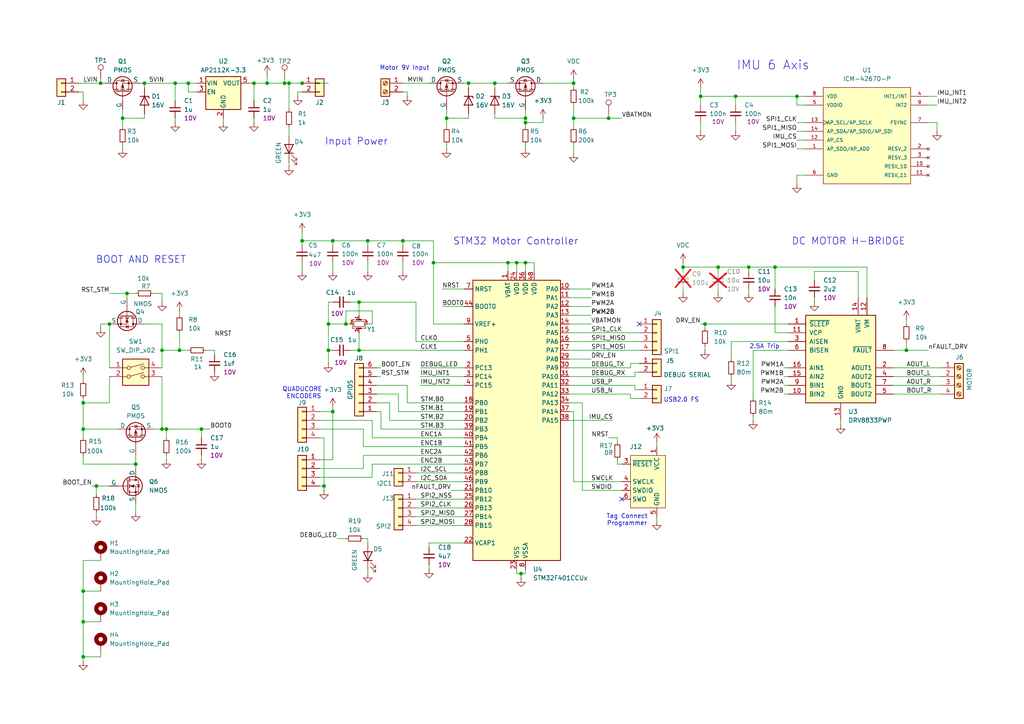
<source format=kicad_sch>
(kicad_sch (version 20231120) (generator "eeschema") (generator_version "8.0")
  (paper "A4")
  (junction (at 27.94 140.97))
  (junction (at 104.14 87.63))
  (junction (at 48.26 124.46))
  (junction (at 204.47 93.98))
  (junction (at 46.99 124.46))
  (junction (at 24.13 116.84))
  (junction (at 82.55 24.13))
  (junction (at 231.14 27.94))
  (junction (at 208.28 77.47))
  (junction (at 24.13 124.46))
  (junction (at 36.83 85.09))
  (junction (at 83.82 24.13))
  (junction (at 58.42 124.46))
  (junction (at 46.99 101.6))
  (junction (at 50.8 24.13))
  (junction (at 87.63 69.85))
  (junction (at 29.21 24.13))
  (junction (at 147.32 76.2))
  (junction (at 24.13 190.5))
  (junction (at 96.52 119.38))
  (junction (at 31.75 93.98))
  (junction (at 24.13 171.45))
  (junction (at 24.13 180.34))
  (junction (at 87.63 24.13))
  (junction (at 41.91 24.13))
  (junction (at 149.86 76.2))
  (junction (at 95.25 93.98))
  (junction (at 129.54 34.29))
  (junction (at 262.89 101.6))
  (junction (at 176.53 34.29))
  (junction (at 152.4 35.56))
  (junction (at 224.79 77.47))
  (junction (at 166.37 34.29))
  (junction (at 35.56 34.29))
  (junction (at 198.12 77.47))
  (junction (at 96.52 69.85))
  (junction (at 116.84 69.85))
  (junction (at 217.17 77.47))
  (junction (at 135.89 24.13))
  (junction (at 54.61 24.13))
  (junction (at 106.68 69.85))
  (junction (at 151.13 166.37))
  (junction (at 100.33 93.98))
  (junction (at 213.36 27.94))
  (junction (at 77.47 24.13))
  (junction (at 95.25 101.6))
  (junction (at 39.37 134.62))
  (junction (at 93.98 140.97))
  (junction (at 166.37 24.13))
  (junction (at 125.73 76.2))
  (junction (at 143.51 24.13))
  (junction (at 104.14 101.6))
  (junction (at 73.66 24.13))
  (junction (at 152.4 34.29))
  (junction (at 152.4 76.2))
  (junction (at 52.07 101.6))
  (junction (at 203.2 27.94))
  (no_connect (at 185.42 93.98))
  (no_connect (at 180.34 144.78))
  (wire (pts (xy 77.47 24.13) (xy 82.55 24.13)))
  (wire (pts (xy 104.14 101.6) (xy 134.62 101.6)))
  (wire (pts (xy 179.07 127) (xy 179.07 128.27)))
  (wire (pts (xy 27.94 149.86) (xy 27.94 148.59)))
  (wire (pts (xy 107.95 121.92) (xy 107.95 127)))
  (wire (pts (xy 101.6 87.63) (xy 104.14 87.63)))
  (wire (pts (xy 57.15 26.67) (xy 54.61 26.67)))
  (wire (pts (xy 218.44 120.65) (xy 218.44 121.92)))
  (wire (pts (xy 24.13 124.46) (xy 24.13 127)))
  (wire (pts (xy 190.5 128.27) (xy 190.5 129.54)))
  (wire (pts (xy 212.09 99.06) (xy 228.6 99.06)))
  (wire (pts (xy 125.73 93.98) (xy 134.62 93.98)))
  (wire (pts (xy 106.68 69.85) (xy 106.68 71.12)))
  (wire (pts (xy 166.37 30.48) (xy 166.37 34.29)))
  (wire (pts (xy 100.33 93.98) (xy 101.6 93.98)))
  (wire (pts (xy 243.84 121.92) (xy 243.84 123.19)))
  (wire (pts (xy 31.75 109.22) (xy 31.75 116.84)))
  (wire (pts (xy 107.95 93.98) (xy 107.95 90.17)))
  (wire (pts (xy 35.56 41.91) (xy 35.56 43.18)))
  (wire (pts (xy 50.8 24.13) (xy 54.61 24.13)))
  (wire (pts (xy 35.56 31.75) (xy 35.56 34.29)))
  (wire (pts (xy 93.98 127) (xy 92.71 127)))
  (wire (pts (xy 83.82 46.99) (xy 83.82 48.26)))
  (wire (pts (xy 218.44 101.6) (xy 228.6 101.6)))
  (wire (pts (xy 147.32 76.2) (xy 147.32 78.74)))
  (wire (pts (xy 24.13 180.34) (xy 24.13 190.5)))
  (wire (pts (xy 86.36 27.94) (xy 86.36 26.67)))
  (wire (pts (xy 29.21 171.45) (xy 24.13 171.45)))
  (wire (pts (xy 165.1 86.36) (xy 171.45 86.36)))
  (wire (pts (xy 52.07 96.52) (xy 52.07 101.6)))
  (wire (pts (xy 151.13 167.64) (xy 151.13 166.37)))
  (wire (pts (xy 22.86 24.13) (xy 29.21 24.13)))
  (wire (pts (xy 203.2 93.98) (xy 204.47 93.98)))
  (wire (pts (xy 259.08 101.6) (xy 262.89 101.6)))
  (wire (pts (xy 107.95 134.62) (xy 134.62 134.62)))
  (wire (pts (xy 218.44 115.57) (xy 218.44 101.6)))
  (wire (pts (xy 251.46 77.47) (xy 251.46 86.36)))
  (wire (pts (xy 46.99 124.46) (xy 48.26 124.46)))
  (wire (pts (xy 116.84 69.85) (xy 116.84 71.12)))
  (wire (pts (xy 182.88 105.41) (xy 182.88 106.68)))
  (wire (pts (xy 106.68 165.1) (xy 106.68 166.37)))
  (wire (pts (xy 120.65 152.4) (xy 134.62 152.4)))
  (wire (pts (xy 120.65 147.32) (xy 134.62 147.32)))
  (wire (pts (xy 166.37 34.29) (xy 176.53 34.29)))
  (wire (pts (xy 24.13 190.5) (xy 29.21 190.5)))
  (wire (pts (xy 134.62 24.13) (xy 135.89 24.13)))
  (wire (pts (xy 165.1 121.92) (xy 177.8 121.92)))
  (wire (pts (xy 203.2 25.4) (xy 203.2 27.94)))
  (wire (pts (xy 143.51 24.13) (xy 147.32 24.13)))
  (wire (pts (xy 109.22 106.68) (xy 110.49 106.68)))
  (wire (pts (xy 124.46 158.75) (xy 124.46 157.48)))
  (wire (pts (xy 269.24 35.56) (xy 271.78 35.56)))
  (wire (pts (xy 73.66 24.13) (xy 77.47 24.13)))
  (wire (pts (xy 105.41 124.46) (xy 92.71 124.46)))
  (wire (pts (xy 166.37 119.38) (xy 165.1 119.38)))
  (wire (pts (xy 35.56 34.29) (xy 35.56 36.83)))
  (wire (pts (xy 203.2 35.56) (xy 203.2 38.1)))
  (wire (pts (xy 116.84 69.85) (xy 125.73 69.85)))
  (wire (pts (xy 204.47 93.98) (xy 204.47 95.25)))
  (wire (pts (xy 182.88 115.57) (xy 182.88 114.3)))
  (wire (pts (xy 273.05 109.22) (xy 259.08 109.22)))
  (wire (pts (xy 176.53 33.02) (xy 176.53 34.29)))
  (wire (pts (xy 82.55 24.13) (xy 83.82 24.13)))
  (wire (pts (xy 116.84 24.13) (xy 124.46 24.13)))
  (wire (pts (xy 236.22 86.36) (xy 236.22 87.63)))
  (wire (pts (xy 124.46 157.48) (xy 134.62 157.48)))
  (wire (pts (xy 109.22 109.22) (xy 110.49 109.22)))
  (wire (pts (xy 31.75 85.09) (xy 36.83 85.09)))
  (wire (pts (xy 96.52 69.85) (xy 96.52 71.12)))
  (wire (pts (xy 107.95 134.62) (xy 107.95 138.43)))
  (wire (pts (xy 29.21 190.5) (xy 29.21 189.23)))
  (wire (pts (xy 95.25 105.41) (xy 95.25 101.6)))
  (wire (pts (xy 224.79 77.47) (xy 251.46 77.47)))
  (wire (pts (xy 24.13 162.56) (xy 24.13 171.45)))
  (wire (pts (xy 83.82 36.83) (xy 83.82 39.37)))
  (wire (pts (xy 224.79 88.9) (xy 224.79 96.52)))
  (wire (pts (xy 92.71 119.38) (xy 96.52 119.38)))
  (wire (pts (xy 40.64 24.13) (xy 41.91 24.13)))
  (wire (pts (xy 24.13 115.57) (xy 24.13 116.84)))
  (wire (pts (xy 236.22 78.74) (xy 236.22 81.28)))
  (wire (pts (xy 231.14 38.1) (xy 233.68 38.1)))
  (wire (pts (xy 204.47 93.98) (xy 228.6 93.98)))
  (wire (pts (xy 135.89 24.13) (xy 143.51 24.13)))
  (wire (pts (xy 165.1 111.76) (xy 184.15 111.76)))
  (wire (pts (xy 273.05 111.76) (xy 259.08 111.76)))
  (wire (pts (xy 166.37 22.86) (xy 166.37 24.13)))
  (wire (pts (xy 95.25 87.63) (xy 95.25 93.98)))
  (wire (pts (xy 165.1 104.14) (xy 171.45 104.14)))
  (wire (pts (xy 105.41 135.89) (xy 105.41 132.08)))
  (wire (pts (xy 231.14 53.34) (xy 231.14 50.8)))
  (wire (pts (xy 31.75 116.84) (xy 24.13 116.84)))
  (wire (pts (xy 236.22 78.74) (xy 248.92 78.74)))
  (wire (pts (xy 58.42 124.46) (xy 60.96 124.46)))
  (wire (pts (xy 113.03 121.92) (xy 113.03 116.84)))
  (wire (pts (xy 24.13 116.84) (xy 24.13 124.46)))
  (wire (pts (xy 72.39 24.13) (xy 73.66 24.13)))
  (wire (pts (xy 36.83 85.09) (xy 36.83 86.36)))
  (wire (pts (xy 106.68 93.98) (xy 107.95 93.98)))
  (wire (pts (xy 190.5 151.13) (xy 190.5 149.86)))
  (wire (pts (xy 154.94 76.2) (xy 154.94 78.74)))
  (wire (pts (xy 130.81 142.24) (xy 134.62 142.24)))
  (wire (pts (xy 48.26 127) (xy 48.26 124.46)))
  (wire (pts (xy 143.51 24.13) (xy 143.51 25.4)))
  (wire (pts (xy 248.92 78.74) (xy 248.92 86.36)))
  (wire (pts (xy 39.37 134.62) (xy 39.37 135.89)))
  (wire (pts (xy 104.14 101.6) (xy 101.6 101.6)))
  (wire (pts (xy 129.54 34.29) (xy 135.89 34.29)))
  (wire (pts (xy 125.73 93.98) (xy 125.73 76.2)))
  (wire (pts (xy 165.1 99.06) (xy 185.42 99.06)))
  (wire (pts (xy 26.67 140.97) (xy 27.94 140.97)))
  (wire (pts (xy 227.33 114.3) (xy 228.6 114.3)))
  (wire (pts (xy 208.28 78.74) (xy 208.28 77.47)))
  (wire (pts (xy 231.14 40.64) (xy 233.68 40.64)))
  (wire (pts (xy 100.33 90.17) (xy 107.95 90.17)))
  (wire (pts (xy 82.55 22.86) (xy 82.55 24.13)))
  (wire (pts (xy 95.25 87.63) (xy 96.52 87.63)))
  (wire (pts (xy 46.99 101.6) (xy 46.99 106.68)))
  (wire (pts (xy 24.13 180.34) (xy 29.21 180.34)))
  (wire (pts (xy 157.48 24.13) (xy 166.37 24.13)))
  (wire (pts (xy 149.86 76.2) (xy 149.86 78.74)))
  (wire (pts (xy 224.79 77.47) (xy 224.79 83.82)))
  (wire (pts (xy 198.12 77.47) (xy 208.28 77.47)))
  (wire (pts (xy 52.07 90.17) (xy 52.07 91.44)))
  (wire (pts (xy 198.12 77.47) (xy 198.12 78.74)))
  (wire (pts (xy 50.8 34.29) (xy 50.8 35.56)))
  (wire (pts (xy 41.91 24.13) (xy 41.91 25.4)))
  (wire (pts (xy 152.4 35.56) (xy 152.4 36.83)))
  (wire (pts (xy 24.13 109.22) (xy 24.13 110.49)))
  (wire (pts (xy 48.26 124.46) (xy 58.42 124.46)))
  (wire (pts (xy 165.1 109.22) (xy 184.15 109.22)))
  (wire (pts (xy 27.94 140.97) (xy 27.94 143.51)))
  (wire (pts (xy 273.05 106.68) (xy 259.08 106.68)))
  (wire (pts (xy 152.4 31.75) (xy 152.4 34.29)))
  (wire (pts (xy 92.71 135.89) (xy 105.41 135.89)))
  (wire (pts (xy 120.65 99.06) (xy 134.62 99.06)))
  (wire (pts (xy 166.37 41.91) (xy 166.37 44.45)))
  (wire (pts (xy 168.91 116.84) (xy 168.91 142.24)))
  (wire (pts (xy 118.11 116.84) (xy 134.62 116.84)))
  (wire (pts (xy 231.14 27.94) (xy 231.14 30.48)))
  (wire (pts (xy 41.91 33.02) (xy 41.91 34.29)))
  (wire (pts (xy 182.88 115.57) (xy 185.42 115.57)))
  (wire (pts (xy 96.52 119.38) (xy 96.52 133.35)))
  (wire (pts (xy 212.09 104.14) (xy 212.09 99.06)))
  (wire (pts (xy 203.2 30.48) (xy 203.2 27.94)))
  (wire (pts (xy 184.15 113.03) (xy 184.15 111.76)))
  (wire (pts (xy 120.65 144.78) (xy 134.62 144.78)))
  (wire (pts (xy 104.14 96.52) (xy 104.14 101.6)))
  (wire (pts (xy 213.36 27.94) (xy 231.14 27.94)))
  (wire (pts (xy 151.13 166.37) (xy 152.4 166.37)))
  (wire (pts (xy 97.79 156.21) (xy 100.33 156.21)))
  (wire (pts (xy 208.28 83.82) (xy 208.28 85.09)))
  (wire (pts (xy 176.53 127) (xy 179.07 127)))
  (wire (pts (xy 271.78 35.56) (xy 271.78 38.1)))
  (wire (pts (xy 224.79 96.52) (xy 228.6 96.52)))
  (wire (pts (xy 44.45 85.09) (xy 46.99 85.09)))
  (wire (pts (xy 121.92 111.76) (xy 134.62 111.76)))
  (wire (pts (xy 212.09 109.22) (xy 212.09 110.49)))
  (wire (pts (xy 29.21 22.86) (xy 29.21 24.13)))
  (wire (pts (xy 217.17 83.82) (xy 217.17 85.09)))
  (wire (pts (xy 198.12 76.2) (xy 198.12 77.47)))
  (wire (pts (xy 152.4 166.37) (xy 152.4 165.1)))
  (wire (pts (xy 118.11 111.76) (xy 109.22 111.76)))
  (wire (pts (xy 184.15 113.03) (xy 185.42 113.03)))
  (wire (pts (xy 96.52 78.74) (xy 96.52 76.2)))
  (wire (pts (xy 86.36 26.67) (xy 87.63 26.67)))
  (wire (pts (xy 147.32 76.2) (xy 149.86 76.2)))
  (wire (pts (xy 113.03 121.92) (xy 134.62 121.92)))
  (wire (pts (xy 29.21 93.98) (xy 31.75 93.98)))
  (wire (pts (xy 165.1 101.6) (xy 185.42 101.6)))
  (wire (pts (xy 58.42 124.46) (xy 58.42 127)))
  (wire (pts (xy 227.33 106.68) (xy 228.6 106.68)))
  (wire (pts (xy 39.37 132.08) (xy 39.37 134.62)))
  (wire (pts (xy 83.82 24.13) (xy 83.82 31.75)))
  (wire (pts (xy 92.71 138.43) (xy 107.95 138.43)))
  (wire (pts (xy 120.65 99.06) (xy 120.65 87.63)))
  (wire (pts (xy 29.21 24.13) (xy 30.48 24.13)))
  (wire (pts (xy 44.45 124.46) (xy 46.99 124.46)))
  (wire (pts (xy 96.52 119.38) (xy 96.52 118.11)))
  (wire (pts (xy 143.51 34.29) (xy 143.51 33.02)))
  (wire (pts (xy 154.94 76.2) (xy 152.4 76.2)))
  (wire (pts (xy 231.14 27.94) (xy 233.68 27.94)))
  (wire (pts (xy 59.69 101.6) (xy 62.23 101.6)))
  (wire (pts (xy 24.13 29.21) (xy 24.13 26.67)))
  (wire (pts (xy 24.13 132.08) (xy 24.13 134.62)))
  (wire (pts (xy 54.61 24.13) (xy 54.61 26.67)))
  (wire (pts (xy 227.33 111.76) (xy 228.6 111.76)))
  (wire (pts (xy 271.78 30.48) (xy 269.24 30.48)))
  (wire (pts (xy 115.57 119.38) (xy 134.62 119.38)))
  (wire (pts (xy 231.14 43.18) (xy 233.68 43.18)))
  (wire (pts (xy 105.41 132.08) (xy 134.62 132.08)))
  (wire (pts (xy 129.54 31.75) (xy 129.54 34.29)))
  (wire (pts (xy 217.17 77.47) (xy 224.79 77.47)))
  (wire (pts (xy 87.63 69.85) (xy 87.63 71.12)))
  (wire (pts (xy 115.57 119.38) (xy 115.57 114.3)))
  (wire (pts (xy 168.91 142.24) (xy 180.34 142.24)))
  (wire (pts (xy 182.88 105.41) (xy 185.42 105.41)))
  (wire (pts (xy 54.61 24.13) (xy 57.15 24.13)))
  (wire (pts (xy 100.33 90.17) (xy 100.33 93.98)))
  (wire (pts (xy 24.13 171.45) (xy 24.13 180.34)))
  (wire (pts (xy 182.88 106.68) (xy 165.1 106.68)))
  (wire (pts (xy 29.21 93.98) (xy 29.21 95.25)))
  (wire (pts (xy 168.91 116.84) (xy 165.1 116.84)))
  (wire (pts (xy 118.11 116.84) (xy 118.11 111.76)))
  (wire (pts (xy 95.25 24.13) (xy 87.63 24.13)))
  (wire (pts (xy 262.89 92.71) (xy 262.89 93.98)))
  (wire (pts (xy 198.12 83.82) (xy 198.12 85.09)))
  (wire (pts (xy 93.98 140.97) (xy 93.98 127)))
  (wire (pts (xy 262.89 99.06) (xy 262.89 101.6)))
  (wire (pts (xy 96.52 69.85) (xy 106.68 69.85)))
  (wire (pts (xy 106.68 69.85) (xy 116.84 69.85)))
  (wire (pts (xy 95.25 93.98) (xy 100.33 93.98)))
  (wire (pts (xy 35.56 34.29) (xy 41.91 34.29)))
  (wire (pts (xy 77.47 21.59) (xy 77.47 24.13)))
  (wire (pts (xy 64.77 34.29) (xy 64.77 35.56)))
  (wire (pts (xy 271.78 27.94) (xy 269.24 27.94)))
  (wire (pts (xy 93.98 142.24) (xy 93.98 140.97)))
  (wire (pts (xy 107.95 121.92) (xy 92.71 121.92)))
  (wire (pts (xy 24.13 124.46) (xy 34.29 124.46)))
  (wire (pts (xy 24.13 134.62) (xy 39.37 134.62)))
  (wire (pts (xy 46.99 101.6) (xy 52.07 101.6)))
  (wire (pts (xy 165.1 91.44) (xy 171.45 91.44)))
  (wire (pts (xy 184.15 107.95) (xy 185.42 107.95)))
  (wire (pts (xy 120.65 137.16) (xy 134.62 137.16)))
  (wire (pts (xy 120.65 139.7) (xy 134.62 139.7)))
  (wire (pts (xy 179.07 133.35) (xy 179.07 134.62)))
  (wire (pts (xy 87.63 69.85) (xy 96.52 69.85)))
  (wire (pts (xy 109.22 119.38) (xy 110.49 119.38)))
  (wire (pts (xy 227.33 109.22) (xy 228.6 109.22)))
  (wire (pts (xy 128.27 88.9) (xy 134.62 88.9)))
  (wire (pts (xy 120.65 149.86) (xy 134.62 149.86)))
  (wire (pts (xy 166.37 139.7) (xy 180.34 139.7)))
  (wire (pts (xy 107.95 127) (xy 134.62 127)))
  (wire (pts (xy 180.34 34.29) (xy 176.53 34.29)))
  (wire (pts (xy 129.54 34.29) (xy 129.54 36.83)))
  (wire (pts (xy 203.2 27.94) (xy 213.36 27.94)))
  (wire (pts (xy 273.05 114.3) (xy 259.08 114.3)))
  (wire (pts (xy 110.49 124.46) (xy 134.62 124.46)))
  (wire (pts (xy 46.99 109.22) (xy 46.99 124.46)))
  (wire (pts (xy 262.89 101.6) (xy 269.24 101.6)))
  (wire (pts (xy 165.1 114.3) (xy 182.88 114.3)))
  (wire (pts (xy 152.4 34.29) (xy 152.4 35.56)))
  (wire (pts (xy 165.1 83.82) (xy 171.45 83.82)))
  (wire (pts (xy 39.37 85.09) (xy 36.83 85.09)))
  (wire (pts (xy 118.11 26.67) (xy 118.11 27.94)))
  (wire (pts (xy 87.63 67.31) (xy 87.63 69.85)))
  (wire (pts (xy 106.68 78.74) (xy 106.68 76.2)))
  (wire (pts (xy 231.14 50.8) (xy 233.68 50.8)))
  (wire (pts (xy 128.27 83.82) (xy 134.62 83.82)))
  (wire (pts (xy 115.57 114.3) (xy 109.22 114.3)))
  (wire (pts (xy 125.73 69.85) (xy 125.73 76.2)))
  (wire (pts (xy 135.89 33.02) (xy 135.89 34.29)))
  (wire (pts (xy 165.1 88.9) (xy 171.45 88.9)))
  (wire (pts (xy 105.41 124.46) (xy 105.41 129.54)))
  (wire (pts (xy 149.86 166.37) (xy 149.86 165.1)))
  (wire (pts (xy 46.99 85.09) (xy 46.99 87.63)))
  (wire (pts (xy 95.25 93.98) (xy 95.25 101.6)))
  (wire (pts (xy 31.75 93.98) (xy 31.75 106.68)))
  (wire (pts (xy 120.65 87.63) (xy 104.14 87.63)))
  (wire (pts (xy 208.28 77.47) (xy 217.17 77.47)))
  (wire (pts (xy 46.99 101.6) (xy 46.99 93.98)))
  (wire (pts (xy 110.49 119.38) (xy 110.49 124.46)))
  (wire (pts (xy 113.03 116.84) (xy 109.22 116.84)))
  (wire (pts (xy 125.73 76.2) (xy 147.32 76.2)))
  (wire (pts (xy 179.07 134.62) (xy 180.34 134.62)))
  (wire (pts (xy 149.86 76.2) (xy 152.4 76.2)))
  (wire (pts (xy 143.51 34.29) (xy 152.4 34.29)))
  (wire (pts (xy 83.82 24.13) (xy 87.63 24.13)))
  (wire (pts (xy 166.37 24.13) (xy 166.37 25.4)))
  (wire (pts (xy 106.68 156.21) (xy 105.41 156.21)))
  (wire (pts (xy 62.23 102.87) (xy 62.23 101.6)))
  (wire (pts (xy 58.42 132.08) (xy 58.42 133.35)))
  (wire (pts (xy 157.48 35.56) (xy 157.48 34.29)))
  (wire (pts (xy 41.91 24.13) (xy 50.8 24.13)))
  (wire (pts (xy 121.92 109.22) (xy 134.62 109.22)))
  (wire (pts (xy 106.68 157.48) (xy 106.68 156.21)))
  (wire (pts (xy 231.14 35.56) (xy 233.68 35.56)))
  (wire (pts (xy 24.13 26.67) (xy 22.86 26.67)))
  (wire (pts (xy 39.37 146.05) (xy 39.37 148.59)))
  (wire (pts (xy 213.36 35.56) (xy 213.36 38.1)))
  (wire (pts (xy 73.66 34.29) (xy 73.66 35.56)))
  (wire (pts (xy 165.1 93.98) (xy 171.45 93.98)))
  (wire (pts (xy 41.91 93.98) (xy 46.99 93.98)))
  (wire (pts (xy 166.37 139.7) (xy 166.37 119.38)))
  (wire (pts (xy 118.11 26.67) (xy 116.84 26.67)))
  (wire (pts (xy 184.15 107.95) (xy 184.15 109.22)))
  (wire (pts (xy 95.25 101.6) (xy 96.52 101.6)))
  (wire (pts (xy 165.1 96.52) (xy 185.42 96.52)))
  (wire (pts (xy 73.66 24.13) (xy 73.66 29.21)))
  (wire (pts (xy 105.41 129.54) (xy 134.62 129.54)))
  (wire (pts (xy 24.13 190.5) (xy 24.13 191.77)))
  (wire (pts (xy 152.4 35.56) (xy 157.48 35.56)))
  (wire (pts (xy 204.47 100.33) (xy 204.47 101.6)))
  (wire (pts (xy 52.07 101.6) (xy 54.61 101.6)))
  (wire (pts (xy 135.89 24.13) (xy 135.89 25.4)))
  (wire (pts (xy 27.94 140.97) (xy 31.75 140.97)))
  (wire (pts (xy 152.4 41.91) (xy 152.4 43.18)))
  (wire (pts (xy 151.13 166.37) (xy 149.86 166.37)))
  (wire (pts (xy 87.63 78.74) (xy 87.63 76.2)))
  (wire (pts (xy 93.98 140.97) (xy 92.71 140.97)))
  (wire (pts (xy 48.26 133.35) (xy 48.26 132.08)))
  (wire (pts (xy 116.84 78.74) (xy 116.84 76.2)))
  (wire (pts (xy 50.8 24.13) (xy 50.8 29.21)))
  (wire (pts (xy 152.4 76.2) (xy 152.4 78.74)))
  (wire (pts (xy 121.92 106.68) (xy 134.62 106.68)))
  (wire (pts (xy 213.36 30.48) (xy 213.36 27.94)))
  (wire (pts (xy 129.54 41.91) (xy 129.54 43.18)))
  (wire (pts (xy 166.37 34.29) (xy 166.37 36.83)))
  (wire (pts (xy 217.17 78.74) (xy 217.17 77.47)))
  (wire (pts (xy 29.21 162.56) (xy 24.13 162.56)))
  (wire (pts (xy 104.14 87.63) (xy 104.14 91.44)))
  (wire (pts (xy 124.46 163.83) (xy 124.46 165.1)))
  (wire (pts (xy 96.52 133.35) (xy 92.71 133.35)))
  (wire (pts (xy 233.68 30.48) (xy 231.14 30.48)))
  (text "DC MOTOR H-BRIDGE" (at 246.126 70.104 0) (effects (font (size 2.032 2.032))))
  (text "Input Power" (at 103.378 41.148 0) (effects (font (size 2.032 2.032))))
  (text "USB2.0 FS" (at 197.612 116.078 0) (effects (font (size 1.27 1.27))))
  (text "2.5A Trip" (at 221.742 100.584 0) (effects (font (size 1.27 1.27))))
  (text "QUADUCORE \nENCODERS" (at 88.138 114.046 0) (effects (font (size 1.27 1.27))))
  (text "IMU 6 Axis" (at 213.614 20.574 0) (effects (font (size 2.6 2.6)) (justify left bottom)))
  (text "BOOT AND RESET\n" (at 40.894 75.438 0) (effects (font (size 2.032 2.032))))
  (text "Tag Connect\nProgrammer" (at 181.864 150.876 0) (effects (font (size 1.27 1.27))))
  (text "Motor 9V Input\n" (at 117.348 19.812 0) (effects (font (size 1.27 1.27))))
  (text "STM32 Motor Controller" (at 149.606 70.104 0) (effects (font (size 2.032 2.032))))
  (label "BOOT_EN" (at 110.49 106.68 0))
  (label "PWM1B" (at 227.33 109.22 180))
  (label "STM.B1" (at 121.92 119.38 0))
  (label "ENC1B" (at 121.92 129.54 0))
  (label "SPI1_CLK" (at 231.14 35.56 180))
  (label "DRV_EN" (at 171.45 104.14 0))
  (label "nFAULT_DRV" (at 269.24 101.6 0))
  (label "SPI2_NSS" (at 121.92 144.78 0))
  (label "IMU_INT1" (at 121.92 109.22 0))
  (label "SPI1_MOSI" (at 171.45 101.6 0))
  (label "SPI1_MOSI" (at 231.14 43.18 180))
  (label "PWM1A" (at 171.45 83.82 0))
  (label "DRV_EN" (at 203.2 93.98 180))
  (label "BOUT_R" (at 262.89 114.3 0))
  (label "ENC2A" (at 121.92 132.08 0))
  (label "MVIN" (at 118.11 24.13 0))
  (label "PWM2B" (at 171.45 91.44 0))
  (label "LVIN" (at 24.13 24.13 0))
  (label "PWM1A" (at 227.33 106.68 180))
  (label "SPI1_CLK" (at 171.45 96.52 0))
  (label "NRST" (at 128.27 83.82 0))
  (label "STM.B0" (at 121.92 116.84 0))
  (label "I2C_SDA" (at 121.92 139.7 0))
  (label "ENC1A" (at 121.92 127 0))
  (label "PWM2A" (at 227.33 111.76 180))
  (label "VBATMON" (at 180.34 34.29 0))
  (label "PWM2A" (at 171.45 88.9 0))
  (label "IMU_INT2" (at 121.92 111.76 0))
  (label "SPI2_CLK" (at 121.92 147.32 0))
  (label "BOOT_EN" (at 26.67 140.97 180))
  (label "RST_STM" (at 110.49 109.22 0))
  (label "SPI2_MISO" (at 121.92 149.86 0))
  (label "SPI2_MOSI" (at 121.92 152.4 0))
  (label "PWM2B" (at 227.33 114.3 180))
  (label "BOOT0" (at 60.96 124.46 0))
  (label "STM.B3" (at 121.92 124.46 0))
  (label "RST_STM" (at 31.75 85.09 180))
  (label "CLK1" (at 121.92 101.6 0))
  (label "AOUT_R" (at 262.89 111.76 0))
  (label "VBATMON" (at 171.45 93.98 0))
  (label "BOUT_L" (at 262.89 109.22 0))
  (label "IMU_INT2" (at 271.78 30.48 0))
  (label "SPI1_MISO" (at 171.45 99.06 0))
  (label "IMU_INT1" (at 271.78 27.94 0))
  (label "BOOT0" (at 128.27 88.9 0))
  (label "DEBUG_RX" (at 171.45 109.22 0))
  (label "NRST" (at 62.23 97.79 0))
  (label "SWDIO" (at 171.45 142.24 0))
  (label "AOUT_L" (at 262.89 106.68 0))
  (label "DEBUG_LED" (at 97.79 156.21 180))
  (label "IMU_CS" (at 177.8 121.92 180))
  (label "DEBUG_LED" (at 121.92 106.68 0))
  (label "NRST" (at 176.53 127 180))
  (label "PWM1B" (at 171.45 86.36 0))
  (label "STM.B2" (at 121.92 121.92 0))
  (label "CLK0" (at 121.92 99.06 0))
  (label "IMU_CS" (at 231.14 40.64 180))
  (label "nFAULT_DRV" (at 130.81 142.24 180))
  (label "SPI1_MISO" (at 231.14 38.1 180))
  (label "DEBUG_TX" (at 171.45 106.68 0))
  (label "PWM2B" (at 171.45 91.44 0))
  (label "USB_N" (at 171.45 114.3 0))
  (label "SWCLK" (at 171.45 139.7 0))
  (label "USB_P" (at 171.45 111.76 0))
  (label "ENC2B" (at 121.92 134.62 0))
  (label "5VIN" (at 43.18 24.13 0))
  (label "I2C_SCL" (at 121.92 137.16 0))
  (symbol (lib_id "Simulation_SPICE:PMOS") (at 129.54 26.67 90) (unit 1)
    (property "Reference" "Q2" (at 129.54 17.78 90))
    (property "Value" "PMOS" (at 129.54 20.32 90))
    (property "Footprint" "Package_TO_SOT_SMD:TSOT-23" (effects (hide yes)))
    (property "Datasheet" "https://ngspice.sourceforge.io/docs/ngspice-html-manual/manual.xhtml#cha_MOSFETs" (effects (hide yes)))
    (property "Description" "P-MOSFET transistor, drain/source/gate" (effects (hide yes)))
    (property "Sim.Device" "PMOS" (effects (hide yes)))
    (property "Sim.Type" "VDMOS" (effects (hide yes)))
    (property "Sim.Pins" "1=D 2=G 3=S" (effects (hide yes)))
  )
  (symbol (lib_id "power:GND") (at 212.09 110.49 0) (unit 1)
    (property "Reference" "#PWR038" (effects (hide yes)))
    (property "Value" "GND" (effects (hide yes)))
    (property "Description" "Power symbol creates a global label with name \"GND\" , ground" (effects (hide yes)))
  )
  (symbol (lib_id "power:GND") (at 124.46 165.1 0) (unit 1)
    (property "Reference" "#PWR049" (effects (hide yes)))
    (property "Value" "GND" (effects (hide yes)))
    (property "Description" "Power symbol creates a global label with name \"GND\" , ground" (effects (hide yes)))
  )
  (symbol (lib_id "power:+3V3") (at 203.2 25.4 0) (unit 1)
    (property "Reference" "#PWR03" (effects (hide yes)))
    (property "Value" "+3V3" (at 203.2 20.32 0))
    (property "Description" "Power symbol creates a global label with name \"+3V3\"" (effects (hide yes)))
  )
  (symbol (lib_id "power:GND") (at 39.37 148.59 0) (unit 1)
    (property "Reference" "#PWR046" (effects (hide yes)))
    (property "Value" "GND" (effects (hide yes)))
    (property "Description" "Power symbol creates a global label with name \"GND\" , ground" (effects (hide yes)))
  )
  (symbol (lib_id "power:GND") (at 208.28 85.09 0) (unit 1)
    (property "Reference" "#PWR027" (effects (hide yes)))
    (property "Value" "GND" (effects (hide yes)))
    (property "Description" "Power symbol creates a global label with name \"GND\" , ground" (effects (hide yes)))
  )
  (symbol (lib_id "power:GND") (at 27.94 149.86 0) (unit 1)
    (property "Reference" "#PWR047" (effects (hide yes)))
    (property "Value" "GND" (effects (hide yes)))
    (property "Description" "Power symbol creates a global label with name \"GND\" , ground" (effects (hide yes)))
  )
  (symbol (lib_id "power:GND") (at 151.13 167.64 0) (unit 1)
    (property "Reference" "#PWR051" (effects (hide yes)))
    (property "Value" "GND" (effects (hide yes)))
    (property "Description" "Power symbol creates a global label with name \"GND\" , ground" (effects (hide yes)))
  )
  (symbol (lib_id "Connector_Generic:Conn_01x04") (at 115.57 147.32 0) (mirror y) (unit 1)
    (property "Reference" "J13" (at 112.522 144.526 0))
    (property "Value" "SPI2" (at 111.252 152.654 0))
    (property "Footprint" "Connector_JST:JST_EH_B4B-EH-A_1x04_P2.50mm_Vertical" (effects (hide yes)))
    (property "Description" "Generic connector, single row, 01x04, script generated (kicad-library-utils/schlib/autogen/connector/)" (effects (hide yes)))
  )
  (symbol (lib_id "power:+3V3") (at 77.47 21.59 0) (unit 1)
    (property "Reference" "#PWR01" (effects (hide yes)))
    (property "Value" "+3V3" (at 76.962 17.526 0))
    (property "Description" "Power symbol creates a global label with name \"+3V3\"" (effects (hide yes)))
  )
  (symbol (lib_id "Device:R_Small") (at 262.89 96.52 0) (unit 1)
    (property "Reference" "R9" (at 265.43 95.2499 0) (effects (justify left)))
    (property "Value" "10k" (at 265.43 97.7899 0) (effects (justify left)))
    (property "Footprint" "Resistor_SMD:R_0402_1005Metric" (effects (hide yes)))
    (property "Description" "Resistor, small symbol" (effects (hide yes)))
  )
  (symbol (lib_id "power:GND") (at 96.52 78.74 0) (unit 1)
    (property "Reference" "#PWR023" (effects (hide yes)))
    (property "Value" "GND" (effects (hide yes)))
    (property "Description" "Power symbol creates a global label with name \"GND\" , ground" (effects (hide yes)))
  )
  (symbol (lib_id "Device:D_Zener") (at 41.91 29.21 270) (unit 1)
    (property "Reference" "D1" (at 43.942 27.94 90) (effects (justify left)))
    (property "Value" "16V" (at 43.942 30.48 90) (effects (justify left)))
    (property "Footprint" "Diode_SMD:D_0402_1005Metric" (effects (hide yes)))
    (property "Description" "Zener diode" (effects (hide yes)))
  )
  (symbol (lib_id "Connector:TestPoint") (at 176.53 33.02 0) (unit 1)
    (property "Reference" "TP3" (at 175.26 27.432 0) (effects (justify left)))
    (property "Value" "TestPoint" (effects (hide yes)))
    (property "Footprint" "TestPoint:TestPoint_Pad_D1.0mm" (effects (hide yes)))
    (property "Description" "test point" (effects (hide yes)))
  )
  (symbol (lib_id "Device:C_Small") (at 87.63 73.66 0) (unit 1)
    (property "Reference" "C5" (at 89.408 71.12 0) (effects (justify left)))
    (property "Value" "4u7" (at 89.408 73.9203 0) (effects (justify left)))
    (property "Footprint" "Capacitor_SMD:C_0603_1608Metric" (effects (hide yes)))
    (property "Description" "Unpolarized capacitor, small symbol" (effects (hide yes)))
    (property "Voltage" "10V" (at 91.44 76.454 0))
  )
  (symbol (lib_id "Device:R_Small") (at 152.4 39.37 0) (unit 1)
    (property "Reference" "R5" (at 153.67 38.1 0) (effects (justify left)))
    (property "Value" "10k" (at 153.67 40.64 0) (effects (justify left)))
    (property "Footprint" "Resistor_SMD:R_0402_1005Metric" (effects (hide yes)))
    (property "Description" "Resistor, small symbol" (effects (hide yes)))
  )
  (symbol (lib_id "Device:C_Small") (at 96.52 73.66 0) (unit 1)
    (property "Reference" "C6" (at 99.06 71.1262 0) (effects (justify left)))
    (property "Value" "100n" (at 99.06 73.6662 0) (effects (justify left)))
    (property "Footprint" "Capacitor_SMD:C_0402_1005Metric" (effects (hide yes)))
    (property "Description" "Unpolarized capacitor, small symbol" (effects (hide yes)))
    (property "Voltage" "10V" (at 99.06 76.2062 0) (effects (justify left)))
  )
  (symbol (lib_id "power:+3V3") (at 157.48 34.29 0) (unit 1)
    (property "Reference" "#PWR07" (effects (hide yes)))
    (property "Value" "+3V3" (at 157.48 29.21 0))
    (property "Description" "Power symbol creates a global label with name \"+3V3\"" (effects (hide yes)))
  )
  (symbol (lib_id "power:+3V3") (at 24.13 109.22 0) (unit 1)
    (property "Reference" "#PWR037" (effects (hide yes)))
    (property "Value" "+3V3" (at 24.13 104.14 0))
    (property "Description" "Power symbol creates a global label with name \"+3V3\"" (effects (hide yes)))
  )
  (symbol (lib_id "Connector_Generic:Conn_01x02") (at 190.5 113.03 0) (unit 1)
    (property "Reference" "J7" (at 193.802 112.776 0))
    (property "Value" "LOGIC Power" (effects (hide yes)))
    (property "Footprint" "Connector_JST:JST_EH_B2B-EH-A_1x02_P2.50mm_Vertical" (effects (hide yes)))
    (property "Description" "Generic connector, single row, 01x02, script generated (kicad-library-utils/schlib/autogen/connector/)" (effects (hide yes)))
  )
  (symbol (lib_id "power:GND") (at 58.42 133.35 0) (unit 1)
    (property "Reference" "#PWR044" (effects (hide yes)))
    (property "Value" "GND" (effects (hide yes)))
    (property "Description" "Power symbol creates a global label with name \"GND\" , ground" (effects (hide yes)))
  )
  (symbol (lib_id "power:GND") (at 35.56 43.18 0) (unit 1)
    (property "Reference" "#PWR015" (effects (hide yes)))
    (property "Value" "GND" (effects (hide yes)))
    (property "Description" "Power symbol creates a global label with name \"GND\" , ground" (effects (hide yes)))
  )
  (symbol (lib_id "power:GND") (at 48.26 133.35 0) (unit 1)
    (property "Reference" "#PWR043" (effects (hide yes)))
    (property "Value" "GND" (effects (hide yes)))
    (property "Description" "Power symbol creates a global label with name \"GND\" , ground" (effects (hide yes)))
  )
  (symbol (lib_id "power:GND") (at 62.23 107.95 0) (unit 1)
    (property "Reference" "#PWR036" (effects (hide yes)))
    (property "Value" "GND" (effects (hide yes)))
    (property "Description" "Power symbol creates a global label with name \"GND\" , ground" (effects (hide yes)))
  )
  (symbol (lib_id "Device:C_Polarized_Small") (at 198.12 81.28 0) (unit 1) (dnp yes)
    (property "Reference" "C9" (at 200.66 79.4638 0) (effects (justify left)))
    (property "Value" "100u" (at 200.66 82.0038 0) (effects (justify left)))
    (property "Footprint" "Capacitor_SMD:C_0805_2012Metric" (effects (hide yes)))
    (property "Description" "Polarized capacitor, small symbol" (effects (hide yes)))
  )
  (symbol (lib_id "Connector_Generic:Conn_01x06") (at 104.14 114.3 180) (unit 1)
    (property "Reference" "J8" (at 104.14 103.886 0))
    (property "Value" "GPIOS" (at 101.6 113.03 90))
    (property "Footprint" "Connector_JST:JST_EH_B6B-EH-A_1x06_P2.50mm_Vertical" (effects (hide yes)))
    (property "Description" "Generic connector, single row, 01x06, script generated (kicad-library-utils/schlib/autogen/connector/)" (effects (hide yes)))
  )
  (symbol (lib_id "Regulator_Linear:AP2112K-3.3") (at 64.77 26.67 0) (unit 1)
    (property "Reference" "U2" (at 64.77 17.78 0))
    (property "Value" "AP2112K-3.3" (at 64.77 20.32 0))
    (property "Footprint" "Package_TO_SOT_SMD:SOT-23-5" (effects (hide yes)))
    (property "Datasheet" "https://www.diodes.com/assets/Datasheets/AP2112.pdf" (effects (hide yes)))
    (property "Description" "600mA low dropout linear regulator, with enable pin, 3.8V-6V input voltage range, 3.3V fixed positive output, SOT-23-5" (effects (hide yes)))
  )
  (symbol (lib_id "Device:C_Small") (at 203.2 33.02 0) (unit 1)
    (property "Reference" "C3" (at 205.74 30.48 0) (effects (justify left)))
    (property "Value" "100n" (at 205.74 33.02 0) (effects (justify left)))
    (property "Footprint" "Capacitor_SMD:C_0402_1005Metric" (effects (hide yes)))
    (property "Description" "Unpolarized capacitor, small symbol" (effects (hide yes)))
    (property "Voltage" "10V" (at 208.28 35.306 0))
  )
  (symbol (lib_id "Device:R_Small") (at 166.37 39.37 0) (unit 1)
    (property "Reference" "R6" (at 167.64 38.1 0) (effects (justify left)))
    (property "Value" "200k" (at 167.64 40.64 0) (effects (justify left)))
    (property "Footprint" "Resistor_SMD:R_0402_1005Metric" (effects (hide yes)))
    (property "Description" "Resistor, small symbol" (effects (hide yes)))
  )
  (symbol (lib_id "Device:R_Small") (at 24.13 129.54 180) (unit 1)
    (property "Reference" "R15" (at 25.654 128.016 0) (effects (justify right)))
    (property "Value" "100k" (at 25.146 130.81 0) (effects (justify right)))
    (property "Footprint" "Resistor_SMD:R_0402_1005Metric" (effects (hide yes)))
    (property "Description" "Resistor, small symbol" (effects (hide yes)))
  )
  (symbol (lib_id "power:GND") (at 166.37 44.45 0) (unit 1)
    (property "Reference" "#PWR018" (effects (hide yes)))
    (property "Value" "GND" (effects (hide yes)))
    (property "Description" "Power symbol creates a global label with name \"GND\" , ground" (effects (hide yes)))
  )
  (symbol (lib_id "power:+3V3") (at 96.52 118.11 0) (mirror y) (unit 1)
    (property "Reference" "#PWR039" (effects (hide yes)))
    (property "Value" "+3V3" (at 96.52 113.03 0))
    (property "Description" "Power symbol creates a global label with name \"+3V3\"" (effects (hide yes)))
  )
  (symbol (lib_id "Device:C_Small") (at 58.42 129.54 0) (unit 1)
    (property "Reference" "C17" (at 60.96 127.0062 0) (effects (justify left)))
    (property "Value" "1u" (at 60.96 129.5462 0) (effects (justify left)))
    (property "Footprint" "Capacitor_SMD:C_0402_1005Metric" (effects (hide yes)))
    (property "Description" "Unpolarized capacitor, small symbol" (effects (hide yes)))
    (property "Voltage" "10V" (at 60.96 132.0862 0) (effects (justify left)))
  )
  (symbol (lib_id "Device:R_Small") (at 27.94 146.05 180) (unit 1)
    (property "Reference" "R18" (at 29.464 144.526 0) (effects (justify right)))
    (property "Value" "100k" (at 28.956 147.32 0) (effects (justify right)))
    (property "Footprint" "Resistor_SMD:R_0402_1005Metric" (effects (hide yes)))
    (property "Description" "Resistor, small symbol" (effects (hide yes)))
  )
  (symbol (lib_id "power:GND") (at 152.4 43.18 0) (unit 1)
    (property "Reference" "#PWR017" (effects (hide yes)))
    (property "Value" "GND" (effects (hide yes)))
    (property "Description" "Power symbol creates a global label with name \"GND\" , ground" (effects (hide yes)))
  )
  (symbol (lib_id "Connector:TestPoint") (at 29.21 22.86 0) (unit 1)
    (property "Reference" "TP1" (at 27.432 17.526 0) (effects (justify left)))
    (property "Value" "TestPoint" (effects (hide yes)))
    (property "Footprint" "TestPoint:TestPoint_Pad_D1.0mm" (effects (hide yes)))
    (property "Description" "test point" (effects (hide yes)))
  )
  (symbol (lib_id "Connector_Generic:Conn_01x02") (at 17.78 24.13 0) (mirror y) (unit 1)
    (property "Reference" "J1" (at 17.78 29.718 0))
    (property "Value" "LOGIC Power" (effects (hide yes)))
    (property "Footprint" "Connector_JST:JST_EH_B2B-EH-A_1x02_P2.50mm_Vertical" (effects (hide yes)))
    (property "Description" "Generic connector, single row, 01x02, script generated (kicad-library-utils/schlib/autogen/connector/)" (effects (hide yes)))
  )
  (symbol (lib_id "power:GND") (at 93.98 142.24 0) (mirror y) (unit 1)
    (property "Reference" "#PWR045" (effects (hide yes)))
    (property "Value" "GND" (effects (hide yes)))
    (property "Description" "Power symbol creates a global label with name \"GND\" , ground" (effects (hide yes)))
  )
  (symbol (lib_id "Device:C_Small") (at 124.46 161.29 0) (unit 1)
    (property "Reference" "C18" (at 127 158.7562 0) (effects (justify left)))
    (property "Value" "4u7" (at 127 161.2962 0) (effects (justify left)))
    (property "Footprint" "Capacitor_SMD:C_0603_1608Metric" (effects (hide yes)))
    (property "Description" "Unpolarized capacitor, small symbol" (effects (hide yes)))
    (property "Voltage" "10V" (at 127 163.8362 0) (effects (justify left)))
  )
  (symbol (lib_id "Device:C_Small") (at 116.84 73.66 0) (unit 1)
    (property "Reference" "C8" (at 119.38 71.374 0) (effects (justify left)))
    (property "Value" "100n" (at 119.38 73.6662 0) (effects (justify left)))
    (property "Footprint" "Capacitor_SMD:C_0402_1005Metric" (effects (hide yes)))
    (property "Description" "Unpolarized capacitor, small symbol" (effects (hide yes)))
    (property "Voltage" "10V" (at 119.38 76.2062 0) (effects (justify left)))
  )
  (symbol (lib_id "Connector_Generic:Conn_01x02") (at 190.5 105.41 0) (unit 1)
    (property "Reference" "J5" (at 194.31 104.648 0))
    (property "Value" "DEBUG SERIAL" (at 199.39 108.712 0))
    (property "Footprint" "Connector_JST:JST_EH_B2B-EH-A_1x02_P2.50mm_Vertical" (effects (hide yes)))
    (property "Description" "Generic connector, single row, 01x02, script generated (kicad-library-utils/schlib/autogen/connector/)" (effects (hide yes)))
  )
  (symbol (lib_id "Simulation_SPICE:PMOS") (at 35.56 26.67 90) (unit 1)
    (property "Reference" "Q1" (at 35.56 17.78 90))
    (property "Value" "PMOS" (at 35.56 20.32 90))
    (property "Footprint" "Package_TO_SOT_SMD:TSOT-23" (effects (hide yes)))
    (property "Datasheet" "https://ngspice.sourceforge.io/docs/ngspice-html-manual/manual.xhtml#cha_MOSFETs" (effects (hide yes)))
    (property "Description" "P-MOSFET transistor, drain/source/gate" (effects (hide yes)))
    (property "Sim.Device" "PMOS" (effects (hide yes)))
    (property "Sim.Type" "VDMOS" (effects (hide yes)))
    (property "Sim.Pins" "1=D 2=G 3=S" (effects (hide yes)))
  )
  (symbol (lib_id "Device:C_Small") (at 106.68 73.66 0) (unit 1)
    (property "Reference" "C7" (at 109.22 71.1262 0) (effects (justify left)))
    (property "Value" "100n" (at 109.22 73.6662 0) (effects (justify left)))
    (property "Footprint" "Capacitor_SMD:C_0402_1005Metric" (effects (hide yes)))
    (property "Description" "Unpolarized capacitor, small symbol" (effects (hide yes)))
    (property "Voltage" "10V" (at 109.22 76.2062 0) (effects (justify left)))
  )
  (symbol (lib_id "Device:D_Zener") (at 143.51 29.21 270) (unit 1)
    (property "Reference" "D3" (at 145.542 27.94 90) (effects (justify left)))
    (property "Value" "16V" (at 145.542 30.48 90) (effects (justify left)))
    (property "Footprint" "Diode_SMD:D_0402_1005Metric" (effects (hide yes)))
    (property "Description" "Zener diode" (effects (hide yes)))
  )
  (symbol (lib_id "power:GND") (at 87.63 78.74 0) (unit 1)
    (property "Reference" "#PWR022" (effects (hide yes)))
    (property "Value" "GND" (effects (hide yes)))
    (property "Description" "Power symbol creates a global label with name \"GND\" , ground" (effects (hide yes)))
  )
  (symbol (lib_id "power:GND") (at 50.8 35.56 0) (unit 1)
    (property "Reference" "#PWR08" (effects (hide yes)))
    (property "Value" "GND" (effects (hide yes)))
    (property "Description" "Power symbol creates a global label with name \"GND\" , ground" (effects (hide yes)))
  )
  (symbol (lib_id "Device:C_Small") (at 50.8 31.75 0) (unit 1)
    (property "Reference" "C1" (at 53.34 29.2162 0) (effects (justify left)))
    (property "Value" "1u" (at 53.34 31.7562 0) (effects (justify left)))
    (property "Footprint" "Capacitor_SMD:C_0402_1005Metric" (effects (hide yes)))
    (property "Description" "Unpolarized capacitor, small symbol" (effects (hide yes)))
    (property "Voltage" "10V" (at 53.34 34.2962 0) (effects (justify left)))
  )
  (symbol (lib_id "MCU_ST_STM32F4:STM32F401CCUx") (at 149.86 121.92 0) (unit 1)
    (property "Reference" "U4" (at 154.5941 165.1 0) (effects (justify left)))
    (property "Value" "STM32F401CCUx" (at 154.5941 167.64 0) (effects (justify left)))
    (property "Footprint" "Package_DFN_QFN:QFN-48-1EP_7x7mm_P0.5mm_EP5.6x5.6mm" (effects (hide yes)))
    (property "Datasheet" "https://www.st.com/resource/en/datasheet/stm32f401cc.pdf" (effects (hide yes)))
    (property "Description" "STMicroelectronics Arm Cortex-M4 MCU, 256KB flash, 64KB RAM, 84 MHz, 1.7-3.6V, 36 GPIO, UFQFPN48" (effects (hide yes)))
  )
  (symbol (lib_id "Device:C_Small") (at 236.22 83.82 0) (unit 1)
    (property "Reference" "C12" (at 238.76 81.2862 0) (effects (justify left)))
    (property "Value" "2u2" (at 238.76 83.8262 0) (effects (justify left)))
    (property "Footprint" "Capacitor_SMD:C_0402_1005Metric" (effects (hide yes)))
    (property "Description" "Unpolarized capacitor, small symbol" (effects (hide yes)))
    (property "Voltage" "10V" (at 238.76 86.3662 0) (effects (justify left)))
  )
  (symbol (lib_id "power:GND") (at 213.36 38.1 0) (unit 1)
    (property "Reference" "#PWR013" (effects (hide yes)))
    (property "Value" "GND" (effects (hide yes)))
    (property "Description" "Power symbol creates a global label with name \"GND\" , ground" (effects (hide yes)))
  )
  (symbol (lib_id "Device:R_Small") (at 218.44 118.11 0) (unit 1)
    (property "Reference" "R14" (at 219.964 116.84 0) (effects (justify left)))
    (property "Value" "80m" (at 219.964 119.38 0) (effects (justify left)))
    (property "Footprint" "Resistor_SMD:R_0402_1005Metric" (effects (hide yes)))
    (property "Description" "Resistor, small symbol" (effects (hide yes)))
  )
  (symbol (lib_id "Device:D_Zener") (at 135.89 29.21 270) (unit 1)
    (property "Reference" "D2" (at 137.922 27.94 90) (effects (justify left)))
    (property "Value" "16V" (at 137.922 30.48 90) (effects (justify left)))
    (property "Footprint" "Diode_SMD:D_0402_1005Metric" (effects (hide yes)))
    (property "Description" "Zener diode" (effects (hide yes)))
  )
  (symbol (lib_id "Device:R_Small") (at 179.07 130.81 180) (unit 1)
    (property "Reference" "R17" (at 175.768 129.286 0))
    (property "Value" "0R" (at 176.53 131.318 0))
    (property "Footprint" "Resistor_SMD:R_0402_1005Metric" (effects (hide yes)))
    (property "Description" "Resistor, small symbol" (effects (hide yes)))
  )
  (symbol (lib_id "Device:R_Small") (at 212.09 106.68 0) (unit 1)
    (property "Reference" "R12" (at 213.614 105.41 0) (effects (justify left)))
    (property "Value" "80m" (at 213.614 107.95 0) (effects (justify left)))
    (property "Footprint" "Resistor_SMD:R_0402_1005Metric" (effects (hide yes)))
    (property "Description" "Resistor, small symbol" (effects (hide yes)))
  )
  (symbol (lib_id "Device:C_Small") (at 213.36 33.02 0) (unit 1)
    (property "Reference" "C4" (at 215.9 30.48 0) (effects (justify left)))
    (property "Value" "100n" (at 215.9 33.02 0) (effects (justify left)))
    (property "Footprint" "Capacitor_SMD:C_0402_1005Metric" (effects (hide yes)))
    (property "Description" "Unpolarized capacitor, small symbol" (effects (hide yes)))
    (property "Voltage" "10V" (at 218.44 35.306 0))
  )
  (symbol (lib_id "Mechanical:MountingHole_Pad") (at 29.21 177.8 0) (unit 1) (exclude_from_sim yes) (in_bom no)
    (property "Reference" "H3" (at 31.75 175.2599 0) (effects (justify left)))
    (property "Value" "MountingHole_Pad" (at 31.75 177.7999 0) (effects (justify left)))
    (property "Footprint" "MountingHole:MountingHole_2.5mm_Pad_TopBottom" (effects (hide yes)))
    (property "Description" "Mounting Hole with connection" (effects (hide yes)))
  )
  (symbol (lib_id "power:GND") (at 83.82 48.26 0) (unit 1)
    (property "Reference" "#PWR011" (effects (hide yes)))
    (property "Value" "GND" (effects (hide yes)))
    (property "Description" "Power symbol creates a global label with name \"GND\" , ground" (effects (hide yes)))
  )
  (symbol (lib_id "power:GND") (at 118.11 27.94 0) (unit 1)
    (property "Reference" "#PWR04" (effects (hide yes)))
    (property "Value" "GND" (effects (hide yes)))
    (property "Description" "Power symbol creates a global label with name \"GND\" , ground" (effects (hide yes)))
  )
  (symbol (lib_id "Connector:Screw_Terminal_01x02") (at 111.76 24.13 0) (mirror y) (unit 1)
    (property "Reference" "J3" (at 111.76 29.718 0))
    (property "Value" "POWER" (effects (hide yes)))
    (property "Footprint" "TerminalBlock_Phoenix:TerminalBlock_Phoenix_MKDS-1,5-2_1x02_P5.00mm_Horizontal" (effects (hide yes)))
    (property "Description" "Generic screw terminal, single row, 01x02, script generated (kicad-library-utils/schlib/autogen/connector/)" (effects (hide yes)))
  )
  (symbol (lib_id "Device:R_Small") (at 102.87 156.21 270) (unit 1)
    (property "Reference" "R19" (at 102.87 151.13 90))
    (property "Value" "10k" (at 102.87 153.67 90))
    (property "Footprint" "Resistor_SMD:R_0402_1005Metric" (effects (hide yes)))
    (property "Description" "Resistor, small symbol" (effects (hide yes)))
  )
  (symbol (lib_id "Device:R_Small") (at 52.07 93.98 180) (unit 1)
    (property "Reference" "R8" (at 54.61 92.7099 0) (effects (justify right)))
    (property "Value" "10k" (at 54.61 95.2499 0) (effects (justify right)))
    (property "Footprint" "Resistor_SMD:R_0402_1005Metric" (effects (hide yes)))
    (property "Description" "Resistor, small symbol" (effects (hide yes)))
  )
  (symbol (lib_id "power:GND") (at 64.77 35.56 0) (unit 1)
    (property "Reference" "#PWR09" (effects (hide yes)))
    (property "Value" "GND" (effects (hide yes)))
    (property "Description" "Power symbol creates a global label with name \"GND\" , ground" (effects (hide yes)))
  )
  (symbol (lib_id "power:GND") (at 190.5 151.13 0) (unit 1)
    (property "Reference" "#PWR048" (effects (hide yes)))
    (property "Value" "GND" (effects (hide yes)))
    (property "Description" "Power symbol creates a global label with name \"GND\" , ground" (effects (hide yes)))
  )
  (symbol (lib_id "Device:R_Small") (at 35.56 39.37 0) (unit 1)
    (property "Reference" "R3" (at 36.83 38.1 0) (effects (justify left)))
    (property "Value" "10k" (at 36.83 40.64 0) (effects (justify left)))
    (property "Footprint" "Resistor_SMD:R_0402_1005Metric" (effects (hide yes)))
    (property "Description" "Resistor, small symbol" (effects (hide yes)))
  )
  (symbol (lib_id "power:GND") (at 46.99 87.63 0) (unit 1)
    (property "Reference" "#PWR029" (effects (hide yes)))
    (property "Value" "GND" (effects (hide yes)))
    (property "Description" "Power symbol creates a global label with name \"GND\" , ground" (effects (hide yes)))
  )
  (symbol (lib_id "power:GND") (at 236.22 87.63 0) (unit 1)
    (property "Reference" "#PWR030" (effects (hide yes)))
    (property "Value" "GND" (effects (hide yes)))
    (property "Description" "Power symbol creates a global label with name \"GND\" , ground" (effects (hide yes)))
  )
  (symbol (lib_id "Device:R_Small") (at 24.13 113.03 0) (mirror x) (unit 1)
    (property "Reference" "R13" (at 21.59 111.76 0) (effects (justify right)))
    (property "Value" "10k" (at 21.59 114.3 0) (effects (justify right)))
    (property "Footprint" "Resistor_SMD:R_0402_1005Metric" (effects (hide yes)))
    (property "Description" "Resistor, small symbol" (effects (hide yes)))
  )
  (symbol (lib_id "Connector_Generic:Conn_01x04") (at 87.63 121.92 0) (mirror y) (unit 1)
    (property "Reference" "J9" (at 87.63 116.84 0))
    (property "Value" "Conn_01x04" (effects (hide yes)))
    (property "Footprint" "Connector_JST:JST_EH_B4B-EH-A_1x04_P2.50mm_Vertical" (effects (hide yes)))
    (property "Description" "Generic connector, single row, 01x04, script generated (kicad-library-utils/schlib/autogen/connector/)" (effects (hide yes)))
  )
  (symbol (lib_id "power:GND") (at 95.25 105.41 0) (unit 1)
    (property "Reference" "#PWR035" (effects (hide yes)))
    (property "Value" "GND" (effects (hide yes)))
    (property "Description" "Power symbol creates a global label with name \"GND\" , ground" (effects (hide yes)))
  )
  (symbol (lib_id "Device:R_Small") (at 83.82 34.29 180) (unit 1)
    (property "Reference" "R1" (at 86.36 33.0199 0) (effects (justify right)))
    (property "Value" "1k" (at 86.36 35.5599 0) (effects (justify right)))
    (property "Footprint" "Resistor_SMD:R_0402_1005Metric" (effects (hide yes)))
    (property "Description" "Resistor, small symbol" (effects (hide yes)))
  )
  (symbol (lib_id "Connector_Generic:Conn_01x04") (at 190.5 96.52 0) (unit 1)
    (property "Reference" "J4" (at 190.754 90.932 0))
    (property "Value" "SPI1" (at 194.818 101.854 0))
    (property "Footprint" "Connector_JST:JST_EH_B4B-EH-A_1x04_P2.50mm_Vertical" (effects (hide yes)))
    (property "Description" "Generic connector, single row, 01x04, script generated (kicad-library-utils/schlib/autogen/connector/)" (effects (hide yes)))
  )
  (symbol (lib_id "Device:LED") (at 106.68 161.29 90) (unit 1)
    (property "Reference" "D5" (at 108.204 159.258 90) (effects (justify right)))
    (property "Value" "GREEN" (at 102.87 159.258 0) (effects (justify right)))
    (property "Footprint" "Diode_SMD:D_0402_1005Metric" (effects (hide yes)))
    (property "Description" "Light emitting diode" (effects (hide yes)))
  )
  (symbol (lib_id "Simulation_SPICE:NMOS") (at 36.83 91.44 270) (unit 1)
    (property "Reference" "Q4" (at 40.64 90.424 90))
    (property "Value" "NMOS" (at 41.402 88.138 90))
    (property "Footprint" "Package_TO_SOT_SMD:TSOT-23" (effects (hide yes)))
    (property "Datasheet" "https://ngspice.sourceforge.io/docs/ngspice-html-manual/manual.xhtml#cha_MOSFETs" (effects (hide yes)))
    (property "Description" "N-MOSFET transistor, drain/source/gate" (effects (hide yes)))
    (property "Sim.Device" "NMOS" (effects (hide yes)))
    (property "Sim.Type" "VDMOS" (effects (hide yes)))
    (property "Sim.Pins" "1=D 2=G 3=S" (effects (hide yes)))
  )
  (symbol (lib_id "Device:R_Small") (at 129.54 39.37 0) (unit 1)
    (property "Reference" "R4" (at 130.81 38.1 0) (effects (justify left)))
    (property "Value" "10k" (at 130.81 40.64 0) (effects (justify left)))
    (property "Footprint" "Resistor_SMD:R_0402_1005Metric" (effects (hide yes)))
    (property "Description" "Resistor, small symbol" (effects (hide yes)))
  )
  (symbol (lib_id "power:GND") (at 204.47 101.6 0) (unit 1)
    (property "Reference" "#PWR034" (effects (hide yes)))
    (property "Value" "GND" (effects (hide yes)))
    (property "Description" "Power symbol creates a global label with name \"GND\" , ground" (effects (hide yes)))
  )
  (symbol (lib_id "power:GND") (at 106.68 166.37 0) (unit 1)
    (property "Reference" "#PWR050" (effects (hide yes)))
    (property "Value" "GND" (effects (hide yes)))
    (property "Description" "Power symbol creates a global label with name \"GND\" , ground" (effects (hide yes)))
  )
  (symbol (lib_id "Device:C_Small") (at 208.28 81.28 0) (unit 1) (dnp yes)
    (property "Reference" "C10" (at 210.82 78.7462 0) (effects (justify left)))
    (property "Value" "10u" (at 210.82 81.2862 0) (effects (justify left)))
    (property "Footprint" "Capacitor_SMD:C_0603_1608Metric" (effects (hide yes)))
    (property "Description" "Unpolarized capacitor, small symbol" (effects (hide yes)))
    (property "Voltage" "10V" (at 210.82 83.8262 0) (effects (justify left)))
  )
  (symbol (lib_id "power:GND") (at 231.14 53.34 0) (unit 1)
    (property "Reference" "#PWR019" (effects (hide yes)))
    (property "Value" "GND" (effects (hide yes)))
    (property "Description" "Power symbol creates a global label with name \"GND\" , ground" (effects (hide yes)))
  )
  (symbol (lib_id "power:GND") (at 29.21 95.25 0) (mirror y) (unit 1)
    (property "Reference" "#PWR033" (effects (hide yes)))
    (property "Value" "GND" (effects (hide yes)))
    (property "Description" "Power symbol creates a global label with name \"GND\" , ground" (effects (hide yes)))
  )
  (symbol (lib_id "Simulation_SPICE:PMOS") (at 39.37 127 90) (unit 1)
    (property "Reference" "Q5" (at 39.37 118.11 90))
    (property "Value" "PMOS" (at 39.37 120.65 90))
    (property "Footprint" "Package_TO_SOT_SMD:TSOT-23" (effects (hide yes)))
    (property "Datasheet" "https://ngspice.sourceforge.io/docs/ngspice-html-manual/manual.xhtml#cha_MOSFETs" (effects (hide yes)))
    (property "Description" "P-MOSFET transistor, drain/source/gate" (effects (hide yes)))
    (property "Sim.Device" "PMOS" (effects (hide yes)))
    (property "Sim.Type" "VDMOS" (effects (hide yes)))
    (property "Sim.Pins" "1=D 2=G 3=S" (effects (hide yes)))
  )
  (symbol (lib_id "Device:R_Small") (at 204.47 97.79 0) (unit 1)
    (property "Reference" "R10" (at 207.01 96.5199 0) (effects (justify left)))
    (property "Value" "10k" (at 207.01 99.0599 0) (effects (justify left)))
    (property "Footprint" "Resistor_SMD:R_0402_1005Metric" (effects (hide yes)))
    (property "Description" "Resistor, small symbol" (effects (hide yes)))
  )
  (symbol (lib_id "power:GND") (at 271.78 38.1 0) (unit 1)
    (property "Reference" "#PWR014" (effects (hide yes)))
    (property "Value" "GND" (effects (hide yes)))
    (property "Description" "Power symbol creates a global label with name \"GND\" , ground" (effects (hide yes)))
  )
  (symbol (lib_id "power:GND") (at 203.2 38.1 0) (unit 1)
    (property "Reference" "#PWR012" (effects (hide yes)))
    (property "Value" "GND" (effects (hide yes)))
    (property "Description" "Power symbol creates a global label with name \"GND\" , ground" (effects (hide yes)))
  )
  (symbol (lib_id "power:VDC") (at 166.37 22.86 0) (unit 1)
    (property "Reference" "#PWR02" (effects (hide yes)))
    (property "Value" "VDC" (at 166.37 17.78 0))
    (property "Description" "Power symbol creates a global label with name \"VDC\"" (effects (hide yes)))
  )
  (symbol (lib_id "Device:C_Small") (at 217.17 81.28 0) (unit 1)
    (property "Reference" "C11" (at 219.71 78.7462 0) (effects (justify left)))
    (property "Value" "10u" (at 219.71 81.2862 0) (effects (justify left)))
    (property "Footprint" "Capacitor_SMD:C_0603_1608Metric" (effects (hide yes)))
    (property "Description" "Unpolarized capacitor, small symbol" (effects (hide yes)))
    (property "Voltage" "10V" (at 219.71 83.8262 0) (effects (justify left)))
  )
  (symbol (lib_id "power:GND") (at 73.66 35.56 0) (unit 1)
    (property "Reference" "#PWR010" (effects (hide yes)))
    (property "Value" "GND" (effects (hide yes)))
    (property "Description" "Power symbol creates a global label with name \"GND\" , ground" (effects (hide yes)))
  )
  (symbol (lib_id "Device:C_Small") (at 73.66 31.75 0) (unit 1)
    (property "Reference" "C2" (at 76.2 29.2162 0) (effects (justify left)))
    (property "Value" "1u" (at 76.2 31.7562 0) (effects (justify left)))
    (property "Footprint" "Capacitor_SMD:C_0402_1005Metric" (effects (hide yes)))
    (property "Description" "Unpolarized capacitor, small symbol" (effects (hide yes)))
    (property "Voltage" "10V" (at 76.2 34.2962 0) (effects (justify left)))
  )
  (symbol (lib_id "Connector_Generic:Conn_01x02") (at 92.71 24.13 0) (unit 1)
    (property "Reference" "J2" (at 92.71 29.718 0))
    (property "Value" "LOGIC Power" (effects (hide yes)))
    (property "Footprint" "Connector_JST:JST_EH_B2B-EH-A_1x02_P2.50mm_Vertical" (effects (hide yes)))
    (property "Description" "Generic connector, single row, 01x02, script generated (kicad-library-utils/schlib/autogen/connector/)" (effects (hide yes)))
  )
  (symbol (lib_id "Mechanical:MountingHole_Pad") (at 29.21 160.02 0) (unit 1) (exclude_from_sim yes) (in_bom no)
    (property "Reference" "H1" (at 31.75 157.4799 0) (effects (justify left)))
    (property "Value" "MountingHole_Pad" (at 31.75 160.0199 0) (effects (justify left)))
    (property "Footprint" "MountingHole:MountingHole_2.5mm_Pad_TopBottom" (effects (hide yes)))
    (property "Description" "Mounting Hole with connection" (effects (hide yes)))
  )
  (symbol (lib_id "power:+3V3") (at 262.89 92.71 0) (unit 1)
    (property "Reference" "#PWR032" (effects (hide yes)))
    (property "Value" "+3V3" (at 262.89 87.63 0))
    (property "Description" "Power symbol creates a global label with name \"+3V3\"" (effects (hide yes)))
  )
  (symbol (lib_id "Device:R_Small") (at 57.15 101.6 90) (unit 1)
    (property "Reference" "R11" (at 57.15 104.14 90))
    (property "Value" "1k" (at 57.404 106.426 90))
    (property "Footprint" "Resistor_SMD:R_0402_1005Metric" (effects (hide yes)))
    (property "Description" "Resistor, small symbol" (effects (hide yes)))
  )
  (symbol (lib_id "power:GND") (at 116.84 78.74 0) (unit 1)
    (property "Reference" "#PWR025" (effects (hide yes)))
    (property "Value" "GND" (effects (hide yes)))
    (property "Description" "Power symbol creates a global label with name \"GND\" , ground" (effects (hide yes)))
  )
  (symbol (lib_id "Connector:TestPoint") (at 82.55 22.86 0) (unit 1)
    (property "Reference" "TP2" (at 80.772 17.78 0) (effects (justify left)))
    (property "Value" "TestPoint" (effects (hide yes)))
    (property "Footprint" "TestPoint:TestPoint_Pad_D1.0mm" (effects (hide yes)))
    (property "Description" "test point" (effects (hide yes)))
  )
  (symbol (lib_id "Device:R_Small") (at 48.26 129.54 180) (unit 1)
    (property "Reference" "R16" (at 50.8 128.2699 0) (effects (justify right)))
    (property "Value" "100k" (at 50.8 130.8099 0) (effects (justify right)))
    (property "Footprint" "Resistor_SMD:R_0402_1005Metric" (effects (hide yes)))
    (property "Description" "Resistor, small symbol" (effects (hide yes)))
  )
  (symbol (lib_id "Device:C_Small") (at 99.06 101.6 270) (unit 1)
    (property "Reference" "C15" (at 95.758 98.552 90) (effects (justify left)))
    (property "Value" "1u" (at 100.838 98.552 90) (effects (justify left)))
    (property "Footprint" "Capacitor_SMD:C_0402_1005Metric" (effects (hide yes)))
    (property "Description" "Unpolarized capacitor, small symbol" (effects (hide yes)))
    (property "Voltage" "10V" (at 98.806 105.156 90))
  )
  (symbol (lib_id "power:+3V3") (at 87.63 67.31 0) (unit 1)
    (property "Reference" "#PWR020" (effects (hide yes)))
    (property "Value" "+3V3" (at 87.63 62.23 0))
    (property "Description" "Power symbol creates a global label with name \"+3V3\"" (effects (hide yes)))
  )
  (symbol (lib_id "power:GND") (at 24.13 29.21 0) (unit 1)
    (property "Reference" "#PWR05" (effects (hide yes)))
    (property "Value" "GND" (effects (hide yes)))
    (property "Description" "Power symbol creates a global label with name \"GND\" , ground" (effects (hide yes)))
  )
  (symbol (lib_id "Connector_Generic:Conn_01x02") (at 115.57 137.16 0) (mirror y) (unit 1)
    (property "Reference" "J11" (at 112.522 137.414 0))
    (property "Value" "I2C1" (at 111.506 140.208 0))
    (property "Footprint" "Connector_JST:JST_EH_B2B-EH-A_1x02_P2.50mm_Vertical" (effects (hide yes)))
    (property "Description" "Generic connector, single row, 01x02, script generated (kicad-library-utils/schlib/autogen/connector/)" (effects (hide yes)))
  )
  (symbol (lib_id "power:GND") (at 24.13 191.77 0) (unit 1)
    (property "Reference" "#PWR052" (effects (hide yes)))
    (property "Value" "GND" (effects (hide yes)))
    (property "Description" "Power symbol creates a global label with name \"GND\" , ground" (effects (hide yes)))
  )
  (symbol (lib_id "Simulation_SPICE:PMOS") (at 152.4 26.67 270) (mirror x) (unit 1)
    (property "Reference" "Q3" (at 152.4 17.78 90))
    (property "Value" "PMOS" (at 152.4 20.32 90))
    (property "Footprint" "Package_TO_SOT_SMD:TSOT-23" (effects (hide yes)))
    (property "Datasheet" "https://ngspice.sourceforge.io/docs/ngspice-html-manual/manual.xhtml#cha_MOSFETs" (effects (hide yes)))
    (property "Description" "P-MOSFET transistor, drain/source/gate" (effects (hide yes)))
    (property "Sim.Device" "PMOS" (effects (hide yes)))
    (property "Sim.Type" "VDMOS" (effects (hide yes)))
    (property "Sim.Pins" "1=D 2=G 3=S" (effects (hide yes)))
  )
  (symbol (lib_id "Device:R_Small") (at 41.91 85.09 270) (unit 1)
    (property "Reference" "R7" (at 43.688 83.058 90) (effects (justify right)))
    (property "Value" "10k" (at 43.434 80.772 90) (effects (justify right)))
    (property "Footprint" "Resistor_SMD:R_0402_1005Metric" (effects (hide yes)))
    (property "Description" "Resistor, small symbol" (effects (hide yes)))
  )
  (symbol (lib_id "power:GND") (at 198.12 85.09 0) (unit 1)
    (property "Reference" "#PWR026" (effects (hide yes)))
    (property "Value" "GND" (effects (hide yes)))
    (property "Description" "Power symbol creates a global label with name \"GND\" , ground" (effects (hide yes)))
  )
  (symbol (lib_id "Device:C_Small") (at 99.06 87.63 270) (mirror x) (unit 1)
    (property "Reference" "C14" (at 94.488 84.836 90) (effects (justify left)))
    (property "Value" "1u" (at 100.584 84.836 90) (effects (justify left)))
    (property "Footprint" "Capacitor_SMD:C_0402_1005Metric" (effects (hide yes)))
    (property "Description" "Unpolarized capacitor, small symbol" (effects (hide yes)))
    (property "Voltage" "10V" (at 97.79 90.932 90))
  )
  (symbol (lib_id "Device:C_Small") (at 224.79 86.36 0) (unit 1)
    (property "Reference" "C13" (at 227.33 83.8262 0) (effects (justify left)))
    (property "Value" "10n" (at 227.33 86.3662 0) (effects (justify left)))
    (property "Footprint" "Capacitor_SMD:C_0402_1005Metric" (effects (hide yes)))
    (property "Description" "Unpolarized capacitor, small symbol" (effects (hide yes)))
    (property "Voltage" "10V" (at 227.33 88.9062 0) (effects (justify left)))
  )
  (symbol (lib_id "power:VDC") (at 198.12 76.2 0) (unit 1)
    (property "Reference" "#PWR021" (effects (hide yes)))
    (property "Value" "VDC" (at 198.12 71.12 0))
    (property "Description" "Power symbol creates a global label with name \"VDC\"" (effects (hide yes)))
  )
  (symbol (lib_id "power:GND") (at 129.54 43.18 0) (unit 1)
    (property "Reference" "#PWR016" (effects (hide yes)))
    (property "Value" "GND" (effects (hide yes)))
    (property "Description" "Power symbol creates a global label with name \"GND\" , ground" (effects (hide yes)))
  )
  (symbol (lib_id "power:+3V3") (at 190.5 128.27 0) (unit 1)
    (property "Reference" "#PWR042" (effects (hide yes)))
    (property "Value" "+3V3" (at 189.992 124.206 0))
    (property "Description" "Power symbol creates a global label with name \"+3V3\"" (effects (hide yes)))
  )
  (symbol (lib_id "Connector:Conn_ARM_SWD_TagConnect_TC2030-NL") (at 187.96 139.7 0) (mirror y) (unit 1) (in_bom no)
    (property "Reference" "J12" (at 182.626 129.54 0) (effects (justify right)))
    (property "Value" "Conn_ARM_SWD_TagConnect_TC2030-NL" (effects (hide yes)))
    (property "Footprint" "Connector:Tag-Connect_TC2030-IDC-NL_2x03_P1.27mm_Vertical" (effects (hide yes)))
    (property "Datasheet" "https://www.tag-connect.com/wp-content/uploads/bsk-pdf-manager/TC2030-CTX_1.pdf" (effects (hide yes)))
    (property "Description" "Tag-Connect ARM Cortex SWD JTAG connector, 6 pin, no legs" (effects (hide yes)))
  )
  (symbol (lib_id "power:GND") (at 106.68 78.74 0) (unit 1)
    (property "Reference" "#PWR024" (effects (hide yes)))
    (property "Value" "GND" (effects (hide yes)))
    (property "Description" "Power symbol creates a global label with name \"GND\" , ground" (effects (hide yes)))
  )
  (symbol (lib_id "Connector:Screw_Terminal_01x04") (at 278.13 109.22 0) (unit 1)
    (property "Reference" "J6" (at 277.114 103.632 0) (effects (justify left)))
    (property "Value" "MOTOR" (at 281.178 113.284 90) (effects (justify left)))
    (property "Footprint" "TerminalBlock:TerminalBlock_Altech_AK300-4_P5.00mm" (effects (hide yes)))
    (property "Description" "Generic screw terminal, single row, 01x04, script generated (kicad-library-utils/schlib/autogen/connector/)" (effects (hide yes)))
  )
  (symbol (lib_id "Device:C_Small") (at 62.23 105.41 0) (unit 1)
    (property "Reference" "C16" (at 64.77 102.8762 0) (effects (justify left)))
    (property "Value" "1uf" (at 64.77 105.4162 0) (effects (justify left)))
    (property "Footprint" "Capacitor_SMD:C_0402_1005Metric" (effects (hide yes)))
    (property "Description" "Unpolarized capacitor, small symbol" (effects (hide yes)))
    (property "Voltage" "10V" (at 64.77 107.9562 0) (effects (justify left)))
  )
  (symbol (lib_id "Sensor_Motion:ICM-42670-P") (at 238.76 25.4 0) (unit 1)
    (property "Reference" "U1" (at 251.46 20.32 0))
    (property "Value" "ICM-42670-P" (at 251.46 22.86 0))
    (property "Footprint" "Package_LGA:LGA-14_3x2.5mm_P0.5mm_LayoutBorder3x4y" (effects (hide yes)))
    (property "Datasheet" "https://product.tdk.com/system/files/dam/doc/product/sensor/mortion-inertial/imu/data_sheet/ds-000451-icm-42670-p.pdf" (effects (hide yes)))
  )
  (symbol (lib_id "Mechanical:MountingHole_Pad") (at 29.21 168.91 0) (unit 1) (exclude_from_sim yes) (in_bom no)
    (property "Reference" "H2" (at 31.75 166.3699 0) (effects (justify left)))
    (property "Value" "MountingHole_Pad" (at 31.75 168.9099 0) (effects (justify left)))
    (property "Footprint" "MountingHole:MountingHole_2.5mm_Pad_TopBottom" (effects (hide yes)))
    (property "Description" "Mounting Hole with connection" (effects (hide yes)))
  )
  (symbol (lib_id "power:GND") (at 86.36 27.94 0) (unit 1)
    (property "Reference" "#PWR06" (effects (hide yes)))
    (property "Value" "GND" (effects (hide yes)))
    (property "Description" "Power symbol creates a global label with name \"GND\" , ground" (effects (hide yes)))
  )
  (symbol (lib_id "power:+3V3") (at 52.07 90.17 0) (unit 1)
    (property "Reference" "#PWR031" (effects (hide yes)))
    (property "Value" "+3V3" (at 52.07 85.09 0))
    (property "Description" "Power symbol creates a global label with name \"+3V3\"" (effects (hide yes)))
  )
  (symbol (lib_id "power:GND") (at 243.84 123.19 0) (unit 1)
    (property "Reference" "#PWR041" (effects (hide yes)))
    (property "Value" "GND" (effects (hide yes)))
    (property "Description" "Power symbol creates a global label with name \"GND\" , ground" (effects (hide yes)))
  )
  (symbol (lib_id "power:GND") (at 218.44 121.92 0) (unit 1)
    (property "Reference" "#PWR040" (effects (hide yes)))
    (property "Value" "GND" (effects (hide yes)))
    (property "Description" "Power symbol creates a global label with name \"GND\" , ground" (effects (hide yes)))
  )
  (symbol (lib_id "Connector_Generic:Conn_01x04") (at 87.63 135.89 0) (mirror y) (unit 1)
    (property "Reference" "J10" (at 87.884 130.302 0))
    (property "Value" "Conn_01x04" (effects (hide yes)))
    (property "Footprint" "Connector_JST:JST_EH_B4B-EH-A_1x04_P2.50mm_Vertical" (effects (hide yes)))
    (property "Description" "Generic connector, single row, 01x04, script generated (kicad-library-utils/schlib/autogen/connector/)" (effects (hide yes)))
  )
  (symbol (lib_id "Simulation_SPICE:NMOS") (at 36.83 140.97 0) (unit 1)
    (property "Reference" "Q6" (at 43.18 139.6999 0) (effects (justify left)))
    (property "Value" "NMOS" (at 43.18 142.2399 0) (effects (justify left)))
    (property "Footprint" "Package_TO_SOT_SMD:TSOT-23" (effects (hide yes)))
    (property "Datasheet" "https://ngspice.sourceforge.io/docs/ngspice-html-manual/manual.xhtml#cha_MOSFETs" (effects (hide yes)))
    (property "Description" "N-MOSFET transistor, drain/source/gate" (effects (hide yes)))
    (property "Sim.Device" "NMOS" (effects (hide yes)))
    (property "Sim.Type" "VDMOS" (effects (hide yes)))
    (property "Sim.Pins" "1=D 2=G 3=S" (effects (hide yes)))
  )
  (symbol (lib_id "Driver_Motor:DRV8833PWP") (at 243.84 104.14 0) (unit 1)
    (property "Reference" "U3" (at 246.0341 119.38 0) (effects (justify left)))
    (property "Value" "DRV8833PWP" (at 246.0341 121.92 0) (effects (justify left)))
    (property "Footprint" "Package_SO:HTSSOP-16-1EP_4.4x5mm_P0.65mm_EP3.4x5mm_Mask2.46x2.31mm_ThermalVias" (effects (hide yes)))
    (property "Datasheet" "http://www.ti.com/lit/ds/symlink/drv8833.pdf" (effects (hide yes)))
    (property "Description" "Dual H-Bridge Motor Driver, HTSSOP-16" (effects (hide yes)))
  )
  (symbol (lib_id "Switch:SW_DIP_x02") (at 39.37 109.22 0) (unit 1)
    (property "Reference" "SW1" (at 39.37 99.06 0))
    (property "Value" "SW_DIP_x02" (at 39.37 101.6 0))
    (property "Footprint" "Button_Switch_SMD:SW_DIP_SPSTx02_Slide_6.7x6.64mm_W6.73mm_P2.54mm_LowProfile_JPin" (effects (hide yes)))
    (property "Description" "2x DIP Switch, Single Pole Single Throw (SPST) switch, small symbol" (effects (hide yes)))
  )
  (symbol (lib_id "power:GND") (at 217.17 85.09 0) (unit 1)
    (property "Reference" "#PWR028" (effects (hide yes)))
    (property "Value" "GND" (effects (hide yes)))
    (property "Description" "Power symbol creates a global label with name \"GND\" , ground" (effects (hide yes)))
  )
  (symbol (lib_id "Device:R_Small") (at 166.37 27.94 0) (unit 1)
    (property "Reference" "R2" (at 168.148 26.67 0) (effects (justify left)))
    (property "Value" "100k" (at 167.64 29.21 0) (effects (justify left)))
    (property "Footprint" "Resistor_SMD:R_0402_1005Metric" (effects (hide yes)))
    (property "Description" "Resistor, small symbol" (effects (hide yes)))
  )
  (symbol (lib_id "Device:Crystal_GND24_Small") (at 104.14 93.98 270) (unit 1)
    (property "Reference" "Y1" (at 107.696 95.504 90))
    (property "Value" "Crystal_GND24_Small" (effects (hide yes)))
    (property "Footprint" "Crystal:Crystal_SMD_2016-4Pin_2.0x1.6mm" (effects (hide yes)))
    (property "Description" "Four pin crystal, GND on pins 2 and 4, small symbol" (effects (hide yes)))
  )
  (symbol (lib_id "Mechanical:MountingHole_Pad") (at 29.21 186.69 0) (unit 1) (exclude_from_sim yes) (in_bom no)
    (property "Reference" "H4" (at 31.75 184.1499 0) (effects (justify left)))
    (property "Value" "MountingHole_Pad" (at 31.75 186.6899 0) (effects (justify left)))
    (property "Footprint" "MountingHole:MountingHole_2.5mm_Pad_TopBottom" (effects (hide yes)))
    (property "Description" "Mounting Hole with connection" (effects (hide yes)))
  )
  (symbol (lib_id "Device:LED") (at 83.82 43.18 90) (unit 1)
    (property "Reference" "D4" (at 85.344 41.148 90) (effects (justify right)))
    (property "Value" "GREEN" (at 80.772 41.148 0) (effects (justify right)))
    (property "Footprint" "Diode_SMD:D_0402_1005Metric" (effects (hide yes)))
    (property "Description" "Light emitting diode" (effects (hide yes)))
  )
)
</source>
